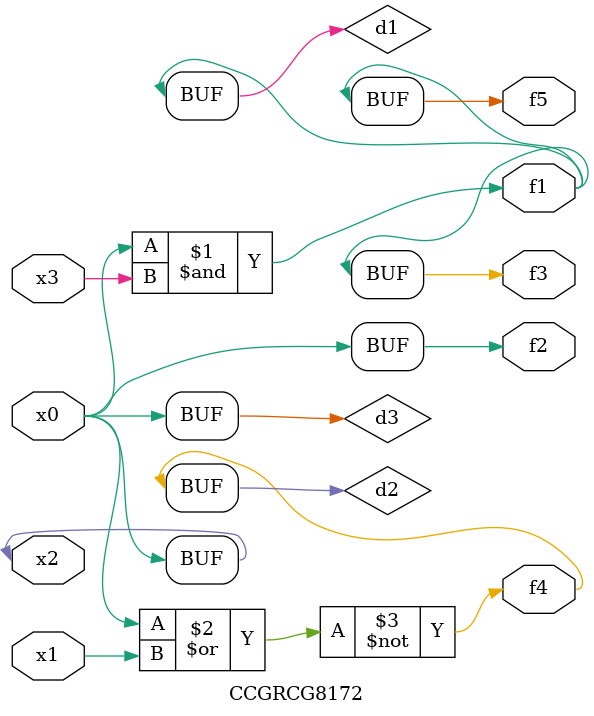
<source format=v>
module CCGRCG8172(
	input x0, x1, x2, x3,
	output f1, f2, f3, f4, f5
);

	wire d1, d2, d3;

	and (d1, x2, x3);
	nor (d2, x0, x1);
	buf (d3, x0, x2);
	assign f1 = d1;
	assign f2 = d3;
	assign f3 = d1;
	assign f4 = d2;
	assign f5 = d1;
endmodule

</source>
